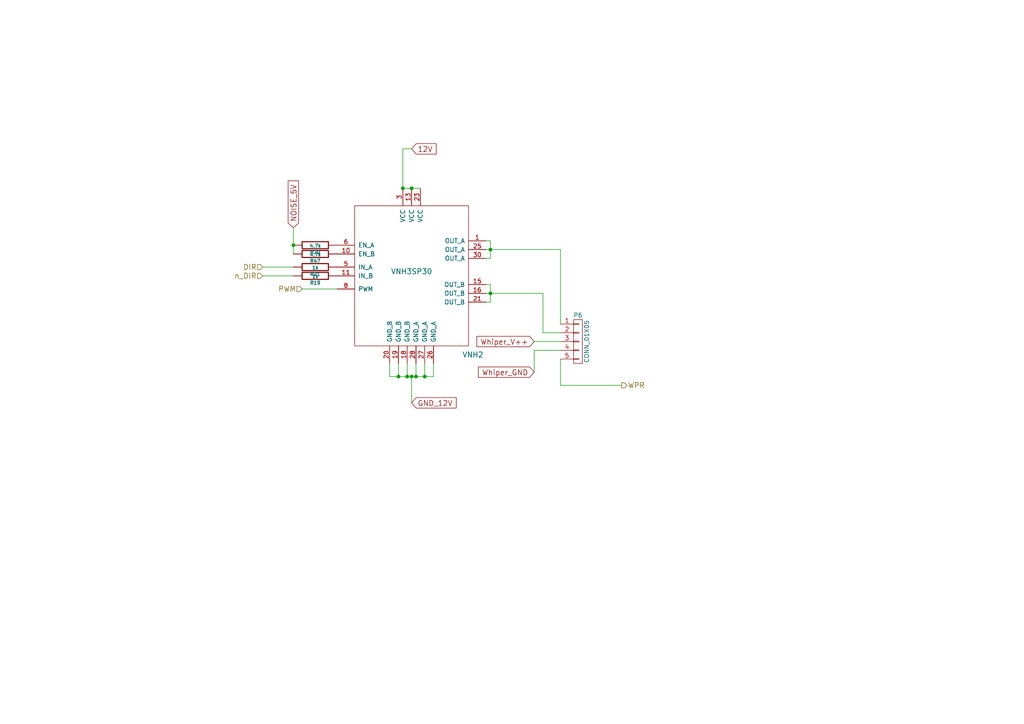
<source format=kicad_sch>
(kicad_sch (version 20230121) (generator eeschema)
  (paper "A4")
  (title_block (date "30 jan 2016"))
  (lib_symbols
    (symbol "arm_board-rescue:CONN_01X05" (pin_names (offset 1.016) hide)
      (property "Reference" "P" (at 0 7.62 0))
      (property "Value" "CONN_01X05" (at 2.54 0 90))
      (symbol "CONN_01X05_0_1"
        (rectangle (start -1.27 -4.953) (end 0.254 -5.207))
        (rectangle (start -1.27 -2.413) (end 0.254 -2.667))
        (rectangle (start -1.27 0.127) (end 0.254 -0.127))
        (rectangle (start -1.27 2.667) (end 0.254 2.413))
        (rectangle (start -1.27 5.207) (end 0.254 4.953))
        (rectangle (start -1.27 6.35) (end 1.27 -6.35))
      )
      (symbol "CONN_01X05_1_1"
        (pin passive line (at -5.08 5.08 0) (length 3.81) (name "P1") (number "1"))
        (pin passive line (at -5.08 2.54 0) (length 3.81) (name "P2") (number "2"))
        (pin passive line (at -5.08 0 0) (length 3.81) (name "P3") (number "3"))
        (pin passive line (at -5.08 -2.54 0) (length 3.81) (name "P4") (number "4"))
        (pin passive line (at -5.08 -5.08 0) (length 3.81) (name "P5") (number "5"))
      )
    )
    (symbol "arm_board-rescue:R" (pin_numbers hide) (pin_names (offset 0))
      (property "Reference" "R" (at 2.032 0 90))
      (property "Value" "R" (at 0.1778 0.0254 90))
      (symbol "R_0_1"
        (rectangle (start -1.016 3.81) (end 1.016 -3.81) (stroke (width 0.3048)))
      )
      (symbol "R_1_1"
        (pin passive line (at 0 6.35 270) (length 2.54) (name "~") (number "1"))
        (pin passive line (at 0 -6.35 90) (length 2.54) (name "~") (number "2"))
      )
    )
    (symbol "arm_board-rescue:VNH3SP30" (pin_names (offset 1.016))
      (property "Reference" "VNH" (at 17.78 -24.13 0))
      (property "Value" "VNH3SP30" (at 0 0 0))
      (symbol "VNH3SP30_0_1"
        (rectangle (start -16.51 19.05) (end 16.51 -21.59))
      )
      (symbol "VNH3SP30_1_1"
        (pin output line (at 21.59 8.89 180) (length 5.08) (name "OUT_A") (number "1"))
        (pin input line (at -21.59 5.08 0) (length 5.08) (name "EN_B") (number "10"))
        (pin input line (at -21.59 -1.27 0) (length 5.08) (name "IN_B") (number "11"))
        (pin input line (at 0 24.13 270) (length 5.08) (name "VCC") (number "13"))
        (pin output line (at 21.59 -3.81 180) (length 5.08) (name "OUT_B") (number "15"))
        (pin output line (at 21.59 -6.35 180) (length 5.08) (name "OUT_B") (number "16"))
        (pin input line (at -1.27 -26.67 90) (length 5.08) (name "GND_B") (number "18"))
        (pin input line (at -3.81 -26.67 90) (length 5.08) (name "GND_B") (number "19"))
        (pin input line (at -6.35 -26.67 90) (length 5.08) (name "GND_B") (number "20"))
        (pin output line (at 21.59 -8.89 180) (length 5.08) (name "OUT_B") (number "21"))
        (pin input line (at 2.54 24.13 270) (length 5.08) (name "VCC") (number "23"))
        (pin output line (at 21.59 6.35 180) (length 5.08) (name "OUT_A") (number "25"))
        (pin input line (at 6.35 -26.67 90) (length 5.08) (name "GND_A") (number "26"))
        (pin input line (at 3.81 -26.67 90) (length 5.08) (name "GND_A") (number "27"))
        (pin input line (at 1.27 -26.67 90) (length 5.08) (name "GND_A") (number "28"))
        (pin input line (at -2.54 24.13 270) (length 5.08) (name "VCC") (number "3"))
        (pin output line (at 21.59 3.81 180) (length 5.08) (name "OUT_A") (number "30"))
        (pin input line (at -21.59 1.27 0) (length 5.08) (name "IN_A") (number "5"))
        (pin input line (at -21.59 7.62 0) (length 5.08) (name "EN_A") (number "6"))
        (pin input line (at -21.59 -5.08 0) (length 5.08) (name "PWM") (number "8"))
      )
    )
  )
  (junction (at 123.19 109.22))
  (junction (at 85.09 71.12))
  (junction (at 119.38 54.61))
  (junction (at 120.65 109.22))
  (junction (at 118.11 109.22))
  (junction (at 142.24 72.39))
  (junction (at 115.57 109.22))
  (junction (at 116.84 54.61))
  (junction (at 142.24 85.09))
  (junction (at 119.38 109.22))
  (wire (pts (xy 113.03 109.22) (xy 113.03 105.41)))
  (wire (pts (xy 115.57 109.22) (xy 118.11 109.22)))
  (wire (pts (xy 76.2 80.01) (xy 85.09 80.01)))
  (wire (pts (xy 142.24 74.93) (xy 140.97 74.93)))
  (wire (pts (xy 140.97 69.85) (xy 142.24 69.85)))
  (wire (pts (xy 123.19 109.22) (xy 123.19 105.41)))
  (wire (pts (xy 118.11 105.41) (xy 118.11 109.22)))
  (wire (pts (xy 142.24 82.55) (xy 142.24 85.09)))
  (wire (pts (xy 140.97 72.39) (xy 142.24 72.39)))
  (wire (pts (xy 140.97 85.09) (xy 142.24 85.09)))
  (wire (pts (xy 142.24 85.09) (xy 142.24 87.63)))
  (wire (pts (xy 154.94 99.06) (xy 162.56 99.06)))
  (wire (pts (xy 140.97 82.55) (xy 142.24 82.55)))
  (wire (pts (xy 142.24 85.09) (xy 157.48 85.09)))
  (wire (pts (xy 154.94 101.6) (xy 154.94 107.95)))
  (wire (pts (xy 162.56 72.39) (xy 162.56 93.98)))
  (wire (pts (xy 113.03 109.22) (xy 115.57 109.22)))
  (wire (pts (xy 123.19 109.22) (xy 125.73 109.22)))
  (wire (pts (xy 142.24 72.39) (xy 162.56 72.39)))
  (wire (pts (xy 142.24 69.85) (xy 142.24 72.39)))
  (wire (pts (xy 85.09 77.47) (xy 76.2 77.47)))
  (wire (pts (xy 162.56 96.52) (xy 157.48 96.52)))
  (wire (pts (xy 120.65 109.22) (xy 120.65 105.41)))
  (wire (pts (xy 162.56 111.76) (xy 180.34 111.76)))
  (wire (pts (xy 116.84 54.61) (xy 119.38 54.61)))
  (wire (pts (xy 142.24 72.39) (xy 142.24 74.93)))
  (wire (pts (xy 119.38 43.18) (xy 116.84 43.18)))
  (wire (pts (xy 87.63 83.82) (xy 97.79 83.82)))
  (wire (pts (xy 162.56 104.14) (xy 162.56 111.76)))
  (wire (pts (xy 115.57 105.41) (xy 115.57 109.22)))
  (wire (pts (xy 119.38 109.22) (xy 120.65 109.22)))
  (wire (pts (xy 119.38 109.22) (xy 119.38 116.84)))
  (wire (pts (xy 125.73 109.22) (xy 125.73 105.41)))
  (wire (pts (xy 162.56 101.6) (xy 154.94 101.6)))
  (wire (pts (xy 157.48 96.52) (xy 157.48 85.09)))
  (wire (pts (xy 118.11 109.22) (xy 119.38 109.22)))
  (wire (pts (xy 85.09 66.04) (xy 85.09 71.12)))
  (wire (pts (xy 120.65 109.22) (xy 123.19 109.22)))
  (wire (pts (xy 116.84 43.18) (xy 116.84 54.61)))
  (wire (pts (xy 85.09 71.12) (xy 85.09 73.66)))
  (wire (pts (xy 119.38 54.61) (xy 121.92 54.61)))
  (wire (pts (xy 142.24 87.63) (xy 140.97 87.63)))
  (global_label "Whiper_V++" (shape input) (at 154.94 99.06 180) (effects (font (size 1.524 1.524))) (property "Intersheetrefs" "${INTERSHEET_REFS}" (effects hide)))
  (global_label "NOISE_5V" (shape input) (at 85.09 66.04 90) (effects (font (size 1.524 1.524))) (property "Intersheetrefs" "${INTERSHEET_REFS}" (effects hide)))
  (global_label "12V" (shape input) (at 119.38 43.18 0) (effects (font (size 1.524 1.524))) (property "Intersheetrefs" "${INTERSHEET_REFS}" (effects hide)))
  (global_label "GND_12V" (shape input) (at 119.38 116.84 0) (effects (font (size 1.524 1.524))) (property "Intersheetrefs" "${INTERSHEET_REFS}" (effects hide)))
  (global_label "Whiper_GND" (shape input) (at 154.94 107.95 180) (effects (font (size 1.524 1.524))) (property "Intersheetrefs" "${INTERSHEET_REFS}" (effects hide)))
  (hierarchical_label "n_DIR" (shape input) (at 76.2 80.01 180) (effects (font (size 1.524 1.524))))
  (hierarchical_label "DIR" (shape input) (at 76.2 77.47 180) (effects (font (size 1.524 1.524))))
  (hierarchical_label "WPR" (shape output) (at 180.34 111.76 0) (effects (font (size 1.524 1.524))))
  (hierarchical_label "PWM" (shape input) (at 87.63 83.82 180) (effects (font (size 1.524 1.524))))
  (symbol (lib_id "arm_board-rescue:VNH3SP30") (at 119.38 78.74 0) (unit 1)
    (property "Reference" "VNH2" (at 137.16 102.87 0) (effects (font (size 1.524 1.524))))
    (property "Value" "VNH3SP30" (at 119.38 78.74 0) (effects (font (size 1.524 1.524))))
    (property "Footprint" "ArmFootprints:VNH3SP30TR-E" (effects hide))
    (instances (project "arm_board" (path "" (reference "VNH2") (unit 1)) (path "" (reference "VNH1") (unit 1))))
  )
  (symbol (lib_id "arm_board-rescue:CONN_01X05") (at 167.64 99.06 0) (unit 1)
    (property "Reference" "P6" (at 167.64 91.44 0))
    (property "Value" "CONN_01X05" (at 170.18 99.06 90))
    (property "Footprint" "ArmFootprints:5-pin_640467-1" (effects hide))
    (instances (project "arm_board" (path "" (reference "P6") (unit 1)) (path "" (reference "P5") (unit 1))))
  )
  (symbol (lib_id "arm_board-rescue:R") (at 91.44 77.47 270) (unit 1)
    (property "Reference" "R21" (at 91.44 79.502 90) (effects (font (size 1.016 1.016))))
    (property "Value" "1k" (at 91.4654 77.6478 90) (effects (font (size 1.016 1.016))))
    (property "Footprint" "Resistors_SMD:R_0805" (effects hide))
    (instances (project "arm_board" (path "" (reference "R21") (unit 1)) (path "" (reference "R18") (unit 1))))
  )
  (symbol (lib_id "arm_board-rescue:R") (at 91.44 80.01 270) (unit 1)
    (property "Reference" "R19" (at 91.44 82.042 90) (effects (font (size 1.016 1.016))))
    (property "Value" "1k" (at 91.4654 80.1878 90) (effects (font (size 1.016 1.016))))
    (property "Footprint" "Resistors_SMD:R_0805" (effects hide))
    (instances (project "arm_board" (path "" (reference "R19") (unit 1)) (path "" (reference "R22") (unit 1))))
  )
  (symbol (lib_id "arm_board-rescue:R") (at 91.44 71.12 270) (unit 1)
    (property "Reference" "R20" (at 91.44 73.152 90) (effects (font (size 1.016 1.016))))
    (property "Value" "4.7k" (at 91.4654 71.2978 90) (effects (font (size 1.016 1.016))))
    (property "Footprint" "Resistors_SMD:R_0805" (effects hide))
    (instances (project "arm_board" (path "" (reference "R20") (unit 1)) (path "" (reference "R17") (unit 1))))
  )
  (symbol (lib_id "arm_board-rescue:R") (at 91.44 73.66 270) (unit 1)
    (property "Reference" "R47" (at 91.44 75.692 90) (effects (font (size 1.016 1.016))))
    (property "Value" "4.7k" (at 91.4654 73.8378 90) (effects (font (size 1.016 1.016))))
    (property "Footprint" "Resistors_SMD:R_0805" (effects hide))
    (instances (project "arm_board" (path "" (reference "R47") (unit 1)) (path "" (reference "R46") (unit 1))))
  )
)
</source>
